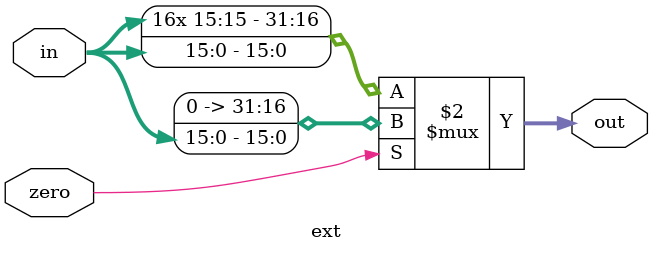
<source format=v>
`timescale 1ns / 1ps

module ext (
           input [15:0] in,
           input zero,
           output [31:0] out
       );
assign out = (zero == 1) ? {16'b0,in} : {{16{in[15]}},in};

endmodule

</source>
